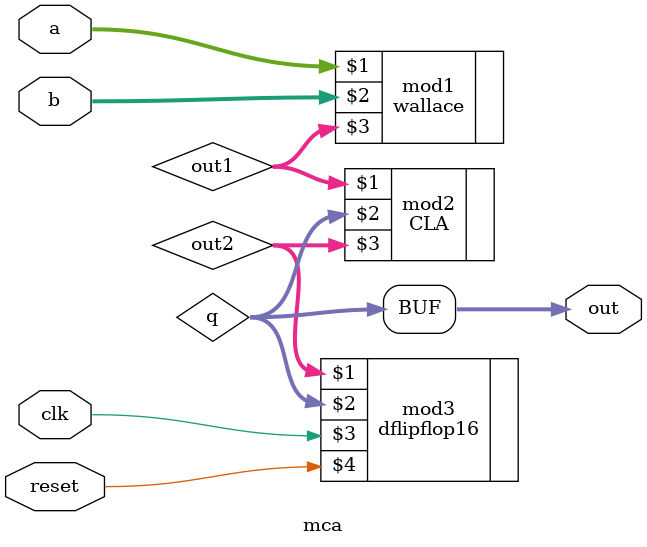
<source format=v>
`include "wallace.v"
`include "cla2.v"
`include "dflipflop16.v"

module mca(a,b,clk,reset,out);
input [7:0]a,b;
wire [15:0]q;
input clk,reset;
output [15:0]out;
wire [1:0]carry;
wire [15:0]out1,out2;

wallace mod1(a,b,out1);

CLA mod2(out1,q,out2);

dflipflop16 mod3(out2,q,clk,reset); 

assign out = q;

endmodule 


</source>
